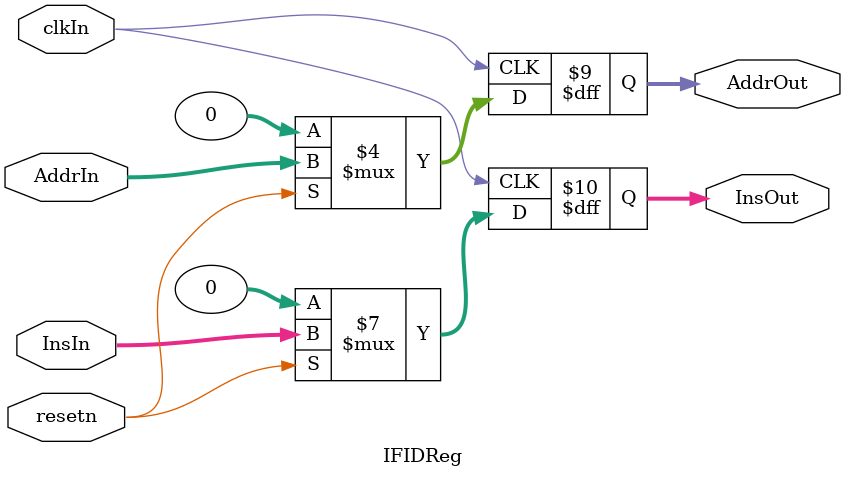
<source format=v>
`timescale 1ns / 1ps


module IFIDReg(clkIn,resetn,AddrIn,AddrOut,InsIn,InsOut);
input clkIn;
input resetn;
input [31:0]AddrIn;
input [31:0]InsIn;
output reg [31:0] AddrOut;
output reg [31:0] InsOut;

always @(posedge clkIn) begin
   if(~resetn)begin
      InsOut<=32'b0;
      AddrOut<=32'b0;
   end
   else begin
       AddrOut<=AddrIn;
       InsOut<=InsIn;
   end
end

endmodule

</source>
